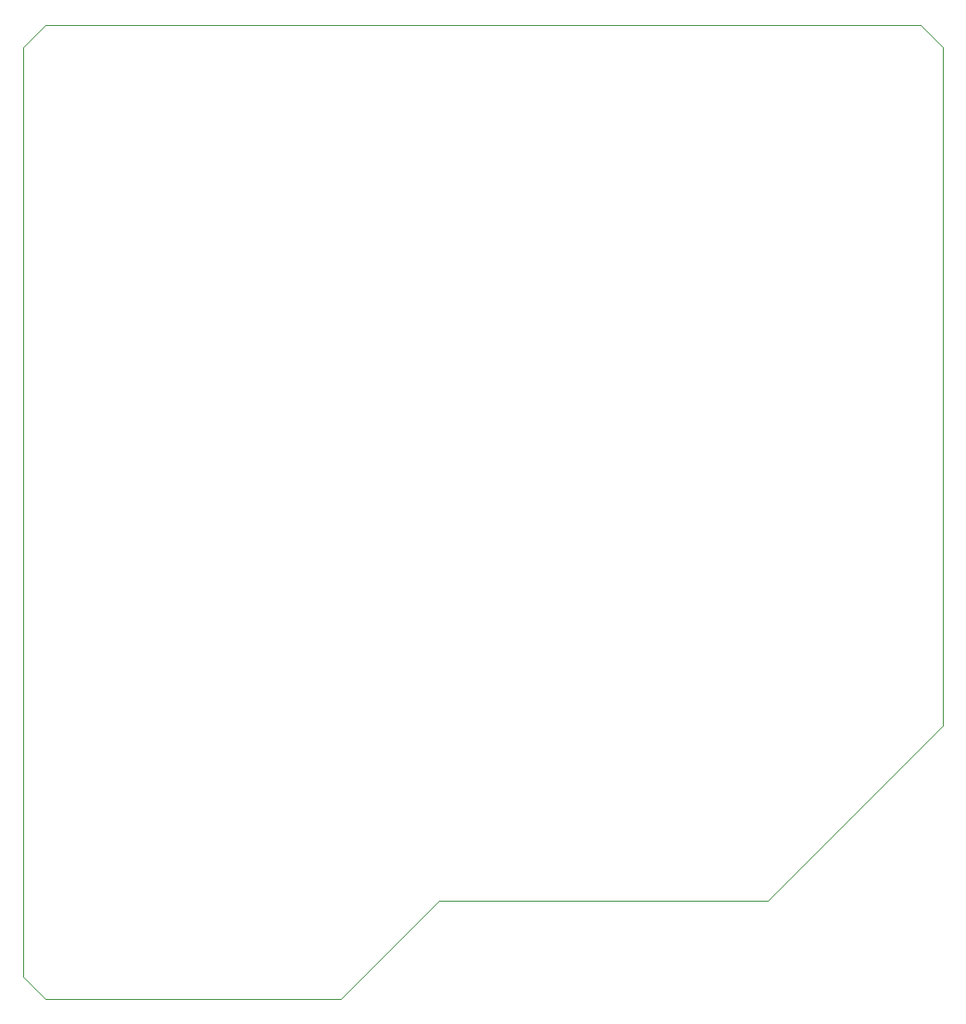
<source format=gm1>
G04 #@! TF.FileFunction,Profile,NP*
%FSLAX46Y46*%
G04 Gerber Fmt 4.6, Leading zero omitted, Abs format (unit mm)*
G04 Created by KiCad (PCBNEW 4.0.7) date 07/03/21 20:26:29*
%MOMM*%
%LPD*%
G01*
G04 APERTURE LIST*
%ADD10C,0.100000*%
G04 APERTURE END LIST*
D10*
X71000000Y-139000000D02*
X73000000Y-141000000D01*
X71000000Y-54000000D02*
X71000000Y-139000000D01*
X73000000Y-52000000D02*
X71000000Y-54000000D01*
X153000000Y-52000000D02*
X73000000Y-52000000D01*
X155000000Y-54000000D02*
X153000000Y-52000000D01*
X155000000Y-116000000D02*
X155000000Y-54000000D01*
X139000000Y-132000000D02*
X155000000Y-116000000D01*
X109000000Y-132000000D02*
X139000000Y-132000000D01*
X100000000Y-141000000D02*
X109000000Y-132000000D01*
X73000000Y-141000000D02*
X100000000Y-141000000D01*
M02*

</source>
